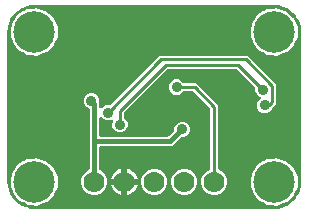
<source format=gbr>
G04 EAGLE Gerber RS-274X export*
G75*
%MOMM*%
%FSLAX34Y34*%
%LPD*%
%INBottom Copper*%
%IPPOS*%
%AMOC8*
5,1,8,0,0,1.08239X$1,22.5*%
G01*
%ADD10C,3.516000*%
%ADD11C,1.778000*%
%ADD12C,0.889000*%
%ADD13C,0.254000*%
%ADD14C,0.406400*%

G36*
X228622Y2543D02*
X228622Y2543D01*
X228700Y2545D01*
X232077Y2810D01*
X232145Y2824D01*
X232214Y2829D01*
X232370Y2869D01*
X238794Y4956D01*
X238901Y5006D01*
X239012Y5050D01*
X239063Y5083D01*
X239082Y5091D01*
X239097Y5104D01*
X239148Y5136D01*
X244612Y9107D01*
X244699Y9188D01*
X244746Y9227D01*
X244752Y9231D01*
X244753Y9233D01*
X244791Y9264D01*
X244829Y9310D01*
X244844Y9324D01*
X244855Y9342D01*
X244893Y9388D01*
X246586Y11717D01*
X246599Y11741D01*
X246616Y11761D01*
X246675Y11880D01*
X246739Y11996D01*
X246746Y12022D01*
X246758Y12046D01*
X246785Y12174D01*
X246799Y12185D01*
X246823Y12196D01*
X246925Y12281D01*
X247031Y12361D01*
X247048Y12381D01*
X247068Y12398D01*
X247171Y12522D01*
X248864Y14852D01*
X248921Y14956D01*
X248985Y15056D01*
X249007Y15113D01*
X249017Y15131D01*
X249022Y15151D01*
X249044Y15206D01*
X251131Y21630D01*
X251144Y21698D01*
X251167Y21764D01*
X251190Y21923D01*
X251455Y25300D01*
X251455Y25304D01*
X251456Y25307D01*
X251455Y25326D01*
X251459Y25400D01*
X251459Y152400D01*
X251457Y152422D01*
X251455Y152500D01*
X251190Y155877D01*
X251176Y155945D01*
X251171Y156014D01*
X251131Y156170D01*
X249044Y162594D01*
X248993Y162701D01*
X248950Y162812D01*
X248917Y162863D01*
X248909Y162882D01*
X248896Y162897D01*
X248864Y162948D01*
X247171Y165278D01*
X247153Y165297D01*
X247139Y165320D01*
X247044Y165413D01*
X246953Y165509D01*
X246931Y165524D01*
X246912Y165542D01*
X246798Y165608D01*
X246792Y165624D01*
X246789Y165651D01*
X246740Y165775D01*
X246697Y165900D01*
X246682Y165922D01*
X246672Y165947D01*
X246586Y166083D01*
X244893Y168412D01*
X244812Y168499D01*
X244736Y168591D01*
X244690Y168629D01*
X244676Y168644D01*
X244658Y168655D01*
X244612Y168693D01*
X239148Y172664D01*
X239044Y172721D01*
X238944Y172785D01*
X238887Y172807D01*
X238869Y172817D01*
X238849Y172822D01*
X238794Y172844D01*
X232370Y174931D01*
X232302Y174944D01*
X232236Y174967D01*
X232077Y174990D01*
X228700Y175255D01*
X228678Y175254D01*
X228600Y175259D01*
X25400Y175259D01*
X25378Y175257D01*
X25300Y175255D01*
X21923Y174990D01*
X21855Y174976D01*
X21786Y174971D01*
X21630Y174931D01*
X18892Y174041D01*
X18867Y174030D01*
X18842Y174024D01*
X18724Y173963D01*
X18604Y173906D01*
X18583Y173889D01*
X18560Y173877D01*
X18462Y173789D01*
X18445Y173788D01*
X18418Y173793D01*
X18286Y173785D01*
X18153Y173783D01*
X18127Y173775D01*
X18101Y173774D01*
X17945Y173734D01*
X15206Y172844D01*
X15099Y172794D01*
X14988Y172750D01*
X14937Y172717D01*
X14918Y172709D01*
X14903Y172696D01*
X14852Y172664D01*
X9388Y168693D01*
X9301Y168612D01*
X9209Y168536D01*
X9171Y168490D01*
X9156Y168476D01*
X9145Y168458D01*
X9107Y168412D01*
X5136Y162948D01*
X5079Y162844D01*
X5015Y162744D01*
X4993Y162687D01*
X4983Y162669D01*
X4978Y162649D01*
X4956Y162594D01*
X2869Y156170D01*
X2856Y156102D01*
X2833Y156036D01*
X2810Y155877D01*
X2545Y152500D01*
X2546Y152478D01*
X2541Y152400D01*
X2541Y25400D01*
X2543Y25378D01*
X2545Y25300D01*
X2810Y21923D01*
X2824Y21855D01*
X2829Y21786D01*
X2869Y21630D01*
X4956Y15206D01*
X5006Y15099D01*
X5050Y14988D01*
X5083Y14937D01*
X5091Y14918D01*
X5104Y14903D01*
X5136Y14852D01*
X9107Y9388D01*
X9127Y9366D01*
X9138Y9348D01*
X9184Y9305D01*
X9188Y9301D01*
X9264Y9209D01*
X9310Y9171D01*
X9324Y9156D01*
X9342Y9145D01*
X9388Y9107D01*
X14852Y5136D01*
X14956Y5079D01*
X15056Y5015D01*
X15113Y4993D01*
X15131Y4983D01*
X15151Y4978D01*
X15206Y4956D01*
X17945Y4066D01*
X17971Y4061D01*
X17996Y4051D01*
X18127Y4031D01*
X18257Y4006D01*
X18284Y4008D01*
X18310Y4004D01*
X18441Y4018D01*
X18455Y4008D01*
X18474Y3989D01*
X18585Y3917D01*
X18694Y3842D01*
X18719Y3832D01*
X18742Y3818D01*
X18891Y3759D01*
X21630Y2869D01*
X21698Y2856D01*
X21764Y2833D01*
X21923Y2810D01*
X25300Y2545D01*
X25322Y2546D01*
X25400Y2541D01*
X228600Y2541D01*
X228622Y2543D01*
G37*
%LPC*%
G36*
X74027Y14477D02*
X74027Y14477D01*
X70013Y16140D01*
X66940Y19213D01*
X65277Y23227D01*
X65277Y27573D01*
X66940Y31587D01*
X70013Y34660D01*
X71352Y35214D01*
X71377Y35229D01*
X71405Y35238D01*
X71515Y35308D01*
X71628Y35372D01*
X71649Y35393D01*
X71674Y35408D01*
X71763Y35503D01*
X71856Y35593D01*
X71872Y35618D01*
X71892Y35640D01*
X71955Y35754D01*
X72023Y35864D01*
X72031Y35893D01*
X72046Y35918D01*
X72078Y36044D01*
X72116Y36168D01*
X72118Y36198D01*
X72125Y36226D01*
X72135Y36387D01*
X72135Y86752D01*
X72132Y86781D01*
X72134Y86811D01*
X72112Y86939D01*
X72095Y87068D01*
X72085Y87095D01*
X72080Y87124D01*
X72026Y87243D01*
X71978Y87363D01*
X71961Y87387D01*
X71949Y87414D01*
X71868Y87516D01*
X71792Y87621D01*
X71769Y87639D01*
X71750Y87663D01*
X71647Y87741D01*
X71547Y87823D01*
X71520Y87836D01*
X71496Y87854D01*
X71352Y87925D01*
X69991Y88488D01*
X68168Y90311D01*
X67182Y92691D01*
X67182Y95269D01*
X68168Y97649D01*
X69991Y99472D01*
X72371Y100458D01*
X74949Y100458D01*
X77329Y99472D01*
X79152Y97649D01*
X80138Y95269D01*
X80138Y93776D01*
X80150Y93678D01*
X80153Y93579D01*
X80170Y93521D01*
X80178Y93461D01*
X80214Y93369D01*
X80242Y93274D01*
X80265Y93234D01*
X80265Y88760D01*
X80282Y88622D01*
X80295Y88483D01*
X80302Y88464D01*
X80305Y88444D01*
X80356Y88315D01*
X80403Y88184D01*
X80414Y88167D01*
X80422Y88149D01*
X80503Y88036D01*
X80581Y87921D01*
X80597Y87908D01*
X80608Y87891D01*
X80716Y87802D01*
X80820Y87711D01*
X80838Y87701D01*
X80853Y87688D01*
X80979Y87629D01*
X81103Y87566D01*
X81123Y87562D01*
X81141Y87553D01*
X81278Y87527D01*
X81413Y87496D01*
X81434Y87497D01*
X81453Y87493D01*
X81592Y87502D01*
X81731Y87506D01*
X81751Y87512D01*
X81771Y87513D01*
X81903Y87556D01*
X82037Y87594D01*
X82054Y87605D01*
X82073Y87611D01*
X82191Y87686D01*
X82311Y87756D01*
X82332Y87775D01*
X82342Y87781D01*
X82356Y87796D01*
X82431Y87862D01*
X83961Y89392D01*
X86341Y90378D01*
X88911Y90378D01*
X89009Y90390D01*
X89108Y90393D01*
X89167Y90410D01*
X89227Y90418D01*
X89319Y90454D01*
X89414Y90482D01*
X89466Y90512D01*
X89522Y90535D01*
X89602Y90593D01*
X89688Y90643D01*
X89763Y90709D01*
X89780Y90721D01*
X89788Y90731D01*
X89809Y90749D01*
X131394Y132335D01*
X205872Y132335D01*
X230125Y108082D01*
X230125Y98812D01*
X230087Y98744D01*
X230072Y98685D01*
X230048Y98630D01*
X230033Y98532D01*
X230008Y98436D01*
X230002Y98336D01*
X229998Y98316D01*
X230000Y98303D01*
X229998Y98275D01*
X229998Y91342D01*
X227829Y89174D01*
X226496Y87840D01*
X226490Y87833D01*
X226483Y87827D01*
X226392Y87707D01*
X226301Y87589D01*
X226297Y87580D01*
X226292Y87573D01*
X226221Y87428D01*
X225837Y86501D01*
X224014Y84678D01*
X221634Y83692D01*
X219056Y83692D01*
X216676Y84678D01*
X214853Y86501D01*
X213867Y88881D01*
X213867Y91459D01*
X214853Y93839D01*
X216624Y95609D01*
X216654Y95649D01*
X216691Y95682D01*
X216751Y95774D01*
X216818Y95861D01*
X216838Y95906D01*
X216866Y95948D01*
X216901Y96052D01*
X216945Y96153D01*
X216953Y96202D01*
X216969Y96249D01*
X216977Y96358D01*
X216995Y96467D01*
X216990Y96516D01*
X216994Y96566D01*
X216975Y96674D01*
X216965Y96783D01*
X216948Y96830D01*
X216940Y96879D01*
X216894Y96979D01*
X216857Y97083D01*
X216829Y97124D01*
X216809Y97169D01*
X216740Y97255D01*
X216679Y97346D01*
X216641Y97379D01*
X216610Y97417D01*
X216523Y97483D01*
X216440Y97556D01*
X216396Y97579D01*
X216356Y97609D01*
X216212Y97680D01*
X215406Y98013D01*
X213583Y99836D01*
X212597Y102216D01*
X212597Y104786D01*
X212585Y104884D01*
X212582Y104983D01*
X212565Y105042D01*
X212557Y105102D01*
X212521Y105194D01*
X212493Y105289D01*
X212463Y105341D01*
X212440Y105397D01*
X212382Y105477D01*
X212332Y105563D01*
X212266Y105638D01*
X212254Y105655D01*
X212244Y105663D01*
X212226Y105684D01*
X197124Y120786D01*
X197045Y120846D01*
X196973Y120914D01*
X196920Y120943D01*
X196872Y120980D01*
X196781Y121020D01*
X196695Y121068D01*
X196636Y121083D01*
X196581Y121107D01*
X196483Y121122D01*
X196387Y121147D01*
X196287Y121153D01*
X196266Y121157D01*
X196254Y121155D01*
X196226Y121157D01*
X138419Y121157D01*
X138321Y121145D01*
X138222Y121142D01*
X138163Y121125D01*
X138103Y121117D01*
X138011Y121081D01*
X137916Y121053D01*
X137864Y121023D01*
X137808Y121000D01*
X137728Y120942D01*
X137642Y120892D01*
X137567Y120826D01*
X137550Y120814D01*
X137542Y120804D01*
X137521Y120786D01*
X101464Y84729D01*
X101404Y84650D01*
X101336Y84578D01*
X101307Y84525D01*
X101270Y84477D01*
X101230Y84386D01*
X101182Y84300D01*
X101167Y84241D01*
X101143Y84186D01*
X101128Y84088D01*
X101103Y83992D01*
X101097Y83892D01*
X101093Y83871D01*
X101095Y83859D01*
X101093Y83831D01*
X101093Y80284D01*
X101105Y80186D01*
X101108Y80087D01*
X101125Y80028D01*
X101133Y79968D01*
X101169Y79876D01*
X101197Y79781D01*
X101227Y79729D01*
X101250Y79673D01*
X101308Y79593D01*
X101358Y79507D01*
X101424Y79432D01*
X101436Y79415D01*
X101446Y79408D01*
X101464Y79386D01*
X103282Y77569D01*
X104268Y75189D01*
X104268Y72611D01*
X103282Y70231D01*
X101459Y68408D01*
X99079Y67422D01*
X96501Y67422D01*
X94121Y68408D01*
X92298Y70231D01*
X91312Y72611D01*
X91312Y75189D01*
X91752Y76251D01*
X91789Y76385D01*
X91830Y76518D01*
X91831Y76538D01*
X91836Y76558D01*
X91838Y76697D01*
X91845Y76835D01*
X91841Y76855D01*
X91841Y76876D01*
X91809Y77011D01*
X91781Y77147D01*
X91772Y77165D01*
X91767Y77185D01*
X91702Y77308D01*
X91641Y77433D01*
X91628Y77448D01*
X91618Y77466D01*
X91525Y77569D01*
X91435Y77675D01*
X91418Y77686D01*
X91404Y77701D01*
X91288Y77778D01*
X91175Y77858D01*
X91156Y77865D01*
X91139Y77876D01*
X91007Y77921D01*
X90877Y77970D01*
X90857Y77973D01*
X90838Y77979D01*
X90699Y77990D01*
X90561Y78006D01*
X90541Y78003D01*
X90521Y78004D01*
X90384Y77981D01*
X90246Y77961D01*
X90220Y77952D01*
X90208Y77950D01*
X90189Y77942D01*
X90094Y77909D01*
X88919Y77422D01*
X86341Y77422D01*
X83961Y78408D01*
X82431Y79938D01*
X82322Y80023D01*
X82215Y80112D01*
X82196Y80120D01*
X82180Y80133D01*
X82052Y80188D01*
X81927Y80247D01*
X81907Y80251D01*
X81888Y80259D01*
X81750Y80281D01*
X81614Y80307D01*
X81594Y80306D01*
X81574Y80309D01*
X81435Y80296D01*
X81297Y80287D01*
X81278Y80281D01*
X81258Y80279D01*
X81126Y80232D01*
X80995Y80189D01*
X80977Y80178D01*
X80958Y80171D01*
X80843Y80093D01*
X80726Y80019D01*
X80712Y80004D01*
X80695Y79993D01*
X80603Y79888D01*
X80508Y79787D01*
X80498Y79770D01*
X80485Y79754D01*
X80421Y79630D01*
X80354Y79509D01*
X80349Y79489D01*
X80340Y79471D01*
X80310Y79335D01*
X80275Y79201D01*
X80273Y79173D01*
X80270Y79161D01*
X80271Y79140D01*
X80265Y79040D01*
X80265Y65024D01*
X80280Y64906D01*
X80287Y64787D01*
X80300Y64749D01*
X80305Y64708D01*
X80348Y64598D01*
X80385Y64485D01*
X80407Y64450D01*
X80422Y64413D01*
X80491Y64317D01*
X80555Y64216D01*
X80585Y64188D01*
X80608Y64155D01*
X80700Y64079D01*
X80787Y63998D01*
X80822Y63978D01*
X80853Y63953D01*
X80961Y63902D01*
X81065Y63844D01*
X81105Y63834D01*
X81141Y63817D01*
X81258Y63795D01*
X81373Y63765D01*
X81433Y63761D01*
X81453Y63757D01*
X81474Y63759D01*
X81534Y63755D01*
X138126Y63755D01*
X138224Y63767D01*
X138323Y63770D01*
X138381Y63787D01*
X138441Y63795D01*
X138533Y63831D01*
X138628Y63859D01*
X138680Y63889D01*
X138737Y63912D01*
X138817Y63970D01*
X138902Y64020D01*
X138978Y64086D01*
X138994Y64098D01*
X139002Y64108D01*
X139023Y64126D01*
X143646Y68749D01*
X143706Y68827D01*
X143774Y68899D01*
X143803Y68952D01*
X143840Y69000D01*
X143880Y69091D01*
X143928Y69178D01*
X143943Y69236D01*
X143967Y69292D01*
X143982Y69390D01*
X144007Y69486D01*
X144013Y69586D01*
X144017Y69606D01*
X144015Y69618D01*
X144017Y69646D01*
X144017Y71139D01*
X145003Y73519D01*
X146826Y75342D01*
X149206Y76328D01*
X151784Y76328D01*
X154164Y75342D01*
X155987Y73519D01*
X156973Y71139D01*
X156973Y68561D01*
X155987Y66181D01*
X154164Y64358D01*
X151784Y63372D01*
X150291Y63372D01*
X150193Y63360D01*
X150094Y63357D01*
X150036Y63340D01*
X149976Y63332D01*
X149884Y63296D01*
X149789Y63268D01*
X149737Y63238D01*
X149680Y63215D01*
X149600Y63157D01*
X149515Y63107D01*
X149439Y63041D01*
X149423Y63029D01*
X149415Y63019D01*
X149394Y63001D01*
X142019Y55625D01*
X81534Y55625D01*
X81416Y55610D01*
X81297Y55603D01*
X81259Y55590D01*
X81218Y55585D01*
X81108Y55542D01*
X80995Y55505D01*
X80960Y55483D01*
X80923Y55468D01*
X80827Y55399D01*
X80726Y55335D01*
X80698Y55305D01*
X80665Y55282D01*
X80589Y55190D01*
X80508Y55103D01*
X80488Y55068D01*
X80463Y55037D01*
X80412Y54929D01*
X80354Y54825D01*
X80344Y54785D01*
X80327Y54749D01*
X80305Y54632D01*
X80275Y54517D01*
X80271Y54457D01*
X80267Y54437D01*
X80269Y54416D01*
X80265Y54356D01*
X80265Y36387D01*
X80268Y36358D01*
X80266Y36328D01*
X80288Y36200D01*
X80305Y36072D01*
X80315Y36044D01*
X80320Y36015D01*
X80374Y35896D01*
X80422Y35776D01*
X80439Y35752D01*
X80451Y35725D01*
X80532Y35624D01*
X80608Y35519D01*
X80631Y35500D01*
X80650Y35477D01*
X80753Y35399D01*
X80853Y35316D01*
X80880Y35303D01*
X80904Y35285D01*
X81048Y35214D01*
X82387Y34660D01*
X85460Y31587D01*
X87123Y27573D01*
X87123Y23227D01*
X85460Y19213D01*
X82387Y16140D01*
X78373Y14477D01*
X74027Y14477D01*
G37*
%LPD*%
%LPC*%
G36*
X23676Y132780D02*
X23676Y132780D01*
X23658Y132780D01*
X23543Y132787D01*
X21499Y132787D01*
X20951Y133014D01*
X20853Y133041D01*
X20757Y133077D01*
X20665Y133092D01*
X20644Y133098D01*
X20631Y133098D01*
X20598Y133104D01*
X19179Y133253D01*
X16215Y134964D01*
X16212Y134965D01*
X16210Y134967D01*
X16066Y135038D01*
X14290Y135773D01*
X13693Y136370D01*
X13626Y136422D01*
X13565Y136483D01*
X13451Y136558D01*
X13442Y136565D01*
X13438Y136567D01*
X13431Y136572D01*
X11929Y137439D01*
X10139Y139903D01*
X10126Y139917D01*
X10116Y139933D01*
X10009Y140054D01*
X8773Y141290D01*
X8357Y142296D01*
X8322Y142356D01*
X8297Y142420D01*
X8211Y142556D01*
X7008Y144211D01*
X6447Y146850D01*
X6436Y146883D01*
X6431Y146919D01*
X6379Y147071D01*
X5787Y148499D01*
X5787Y149822D01*
X5781Y149874D01*
X5783Y149926D01*
X5760Y150086D01*
X5268Y152400D01*
X5760Y154714D01*
X5764Y154767D01*
X5777Y154818D01*
X5787Y154978D01*
X5787Y156301D01*
X6379Y157729D01*
X6388Y157763D01*
X6404Y157795D01*
X6447Y157950D01*
X7008Y160589D01*
X8211Y162244D01*
X8244Y162305D01*
X8286Y162360D01*
X8357Y162504D01*
X8773Y163510D01*
X10009Y164746D01*
X10021Y164761D01*
X10036Y164773D01*
X10139Y164897D01*
X11929Y167361D01*
X13431Y168228D01*
X13499Y168280D01*
X13573Y168324D01*
X13675Y168414D01*
X13684Y168421D01*
X13687Y168424D01*
X13693Y168430D01*
X14290Y169027D01*
X16066Y169762D01*
X16068Y169764D01*
X16070Y169764D01*
X16215Y169836D01*
X18972Y171428D01*
X18993Y171444D01*
X19017Y171455D01*
X19119Y171540D01*
X19166Y171575D01*
X19203Y171568D01*
X19229Y171569D01*
X19256Y171565D01*
X19416Y171572D01*
X20598Y171696D01*
X20698Y171720D01*
X20799Y171734D01*
X20887Y171764D01*
X20908Y171769D01*
X20920Y171775D01*
X20951Y171786D01*
X21499Y172013D01*
X23543Y172013D01*
X23560Y172015D01*
X23676Y172020D01*
X27504Y172422D01*
X28573Y172075D01*
X28690Y172053D01*
X28805Y172023D01*
X28865Y172019D01*
X28885Y172015D01*
X28906Y172017D01*
X28965Y172013D01*
X29301Y172013D01*
X31209Y171223D01*
X31230Y171217D01*
X31302Y171188D01*
X35466Y169835D01*
X36078Y169285D01*
X36188Y169208D01*
X36297Y169126D01*
X36327Y169111D01*
X36339Y169103D01*
X36359Y169096D01*
X36441Y169055D01*
X36510Y169027D01*
X37805Y167732D01*
X37819Y167721D01*
X37853Y167686D01*
X41687Y164234D01*
X41900Y163756D01*
X41979Y163626D01*
X42250Y162972D01*
X42255Y162963D01*
X42263Y162941D01*
X45092Y156586D01*
X45092Y148214D01*
X42263Y141859D01*
X42260Y141849D01*
X42250Y141828D01*
X41994Y141211D01*
X41975Y141187D01*
X41970Y141179D01*
X41968Y141175D01*
X41963Y141165D01*
X41900Y141044D01*
X41687Y140566D01*
X37853Y137114D01*
X37841Y137100D01*
X37804Y137068D01*
X36510Y135773D01*
X36441Y135745D01*
X36324Y135678D01*
X36204Y135615D01*
X36177Y135594D01*
X36165Y135587D01*
X36149Y135572D01*
X36078Y135515D01*
X35466Y134965D01*
X31302Y133612D01*
X31283Y133603D01*
X31209Y133577D01*
X29301Y132787D01*
X28965Y132787D01*
X28848Y132772D01*
X28729Y132765D01*
X28670Y132750D01*
X28650Y132747D01*
X28631Y132740D01*
X28573Y132725D01*
X27504Y132378D01*
X23676Y132780D01*
G37*
%LPD*%
%LPC*%
G36*
X226876Y132780D02*
X226876Y132780D01*
X226858Y132780D01*
X226743Y132787D01*
X224699Y132787D01*
X224151Y133014D01*
X224052Y133041D01*
X223957Y133077D01*
X223865Y133092D01*
X223844Y133098D01*
X223831Y133098D01*
X223798Y133104D01*
X222379Y133253D01*
X219415Y134964D01*
X219413Y134965D01*
X219410Y134967D01*
X219266Y135038D01*
X217490Y135773D01*
X216893Y136370D01*
X216826Y136422D01*
X216765Y136483D01*
X216651Y136558D01*
X216642Y136565D01*
X216638Y136567D01*
X216631Y136572D01*
X215129Y137439D01*
X213339Y139903D01*
X213326Y139917D01*
X213316Y139933D01*
X213209Y140054D01*
X211973Y141290D01*
X211557Y142296D01*
X211522Y142356D01*
X211497Y142420D01*
X211411Y142556D01*
X210208Y144211D01*
X209647Y146849D01*
X209636Y146883D01*
X209631Y146919D01*
X209579Y147071D01*
X208987Y148499D01*
X208987Y149822D01*
X208981Y149874D01*
X208983Y149926D01*
X208960Y150086D01*
X208468Y152400D01*
X208960Y154714D01*
X208964Y154767D01*
X208977Y154817D01*
X208987Y154978D01*
X208987Y156301D01*
X209579Y157729D01*
X209588Y157763D01*
X209604Y157795D01*
X209647Y157951D01*
X210208Y160589D01*
X211411Y162244D01*
X211444Y162305D01*
X211486Y162360D01*
X211557Y162504D01*
X211973Y163510D01*
X213209Y164746D01*
X213221Y164761D01*
X213236Y164773D01*
X213339Y164897D01*
X215129Y167361D01*
X216631Y168228D01*
X216699Y168280D01*
X216773Y168324D01*
X216875Y168414D01*
X216884Y168421D01*
X216887Y168424D01*
X216893Y168430D01*
X217490Y169027D01*
X219266Y169762D01*
X219268Y169764D01*
X219271Y169764D01*
X219415Y169836D01*
X222379Y171547D01*
X223798Y171696D01*
X223898Y171720D01*
X223999Y171734D01*
X224087Y171764D01*
X224108Y171769D01*
X224120Y171775D01*
X224151Y171786D01*
X224699Y172013D01*
X226743Y172013D01*
X226760Y172015D01*
X226876Y172020D01*
X230704Y172422D01*
X231773Y172075D01*
X231890Y172053D01*
X232005Y172023D01*
X232065Y172019D01*
X232085Y172015D01*
X232106Y172017D01*
X232165Y172013D01*
X232501Y172013D01*
X234409Y171222D01*
X234430Y171217D01*
X234503Y171188D01*
X238666Y169835D01*
X239278Y169285D01*
X239389Y169207D01*
X239497Y169126D01*
X239527Y169111D01*
X239539Y169103D01*
X239559Y169096D01*
X239641Y169055D01*
X239710Y169027D01*
X241005Y167732D01*
X241019Y167721D01*
X241053Y167686D01*
X244710Y164393D01*
X244732Y164378D01*
X244750Y164359D01*
X244862Y164288D01*
X244910Y164254D01*
X244914Y164217D01*
X244924Y164192D01*
X244929Y164166D01*
X244985Y164015D01*
X245100Y163756D01*
X245179Y163626D01*
X245450Y162971D01*
X245455Y162962D01*
X245463Y162941D01*
X248292Y156586D01*
X248292Y148214D01*
X245463Y141859D01*
X245460Y141849D01*
X245450Y141829D01*
X245194Y141211D01*
X245175Y141187D01*
X245170Y141179D01*
X245168Y141175D01*
X245163Y141164D01*
X245100Y141044D01*
X244887Y140566D01*
X241053Y137114D01*
X241041Y137100D01*
X241005Y137068D01*
X239710Y135773D01*
X239641Y135745D01*
X239524Y135678D01*
X239404Y135615D01*
X239377Y135594D01*
X239365Y135587D01*
X239350Y135572D01*
X239278Y135515D01*
X238666Y134965D01*
X234502Y133612D01*
X234483Y133603D01*
X234409Y133577D01*
X232501Y132787D01*
X232165Y132787D01*
X232047Y132772D01*
X231929Y132765D01*
X231870Y132750D01*
X231850Y132747D01*
X231831Y132740D01*
X231773Y132725D01*
X230704Y132378D01*
X226876Y132780D01*
G37*
%LPD*%
%LPC*%
G36*
X226876Y5780D02*
X226876Y5780D01*
X226858Y5780D01*
X226743Y5787D01*
X224699Y5787D01*
X224151Y6014D01*
X224052Y6041D01*
X223957Y6077D01*
X223865Y6092D01*
X223844Y6098D01*
X223831Y6098D01*
X223798Y6104D01*
X222379Y6253D01*
X219415Y7964D01*
X219413Y7965D01*
X219410Y7967D01*
X219266Y8038D01*
X217490Y8773D01*
X216893Y9370D01*
X216826Y9422D01*
X216765Y9483D01*
X216651Y9558D01*
X216642Y9565D01*
X216638Y9567D01*
X216631Y9572D01*
X215129Y10439D01*
X213339Y12903D01*
X213326Y12917D01*
X213316Y12933D01*
X213209Y13054D01*
X211973Y14290D01*
X211557Y15296D01*
X211522Y15356D01*
X211497Y15420D01*
X211411Y15556D01*
X210208Y17211D01*
X209647Y19849D01*
X209636Y19883D01*
X209631Y19919D01*
X209579Y20071D01*
X208987Y21499D01*
X208987Y22822D01*
X208981Y22874D01*
X208983Y22926D01*
X208960Y23086D01*
X208468Y25400D01*
X208960Y27714D01*
X208964Y27767D01*
X208977Y27817D01*
X208987Y27978D01*
X208987Y29301D01*
X209579Y30729D01*
X209588Y30763D01*
X209604Y30795D01*
X209647Y30951D01*
X210208Y33589D01*
X211411Y35244D01*
X211444Y35305D01*
X211486Y35360D01*
X211557Y35504D01*
X211973Y36510D01*
X213209Y37746D01*
X213221Y37761D01*
X213236Y37773D01*
X213339Y37897D01*
X215129Y40361D01*
X216631Y41228D01*
X216699Y41280D01*
X216773Y41324D01*
X216875Y41414D01*
X216884Y41421D01*
X216887Y41424D01*
X216893Y41430D01*
X217490Y42027D01*
X219266Y42762D01*
X219268Y42764D01*
X219271Y42764D01*
X219415Y42836D01*
X222379Y44547D01*
X223798Y44696D01*
X223898Y44720D01*
X223999Y44734D01*
X224087Y44764D01*
X224108Y44769D01*
X224120Y44775D01*
X224151Y44786D01*
X224699Y45013D01*
X226743Y45013D01*
X226760Y45015D01*
X226876Y45020D01*
X230704Y45422D01*
X231773Y45075D01*
X231890Y45053D01*
X232005Y45023D01*
X232065Y45019D01*
X232085Y45015D01*
X232106Y45017D01*
X232165Y45013D01*
X232501Y45013D01*
X234409Y44222D01*
X234430Y44217D01*
X234503Y44188D01*
X238666Y42835D01*
X239278Y42285D01*
X239389Y42207D01*
X239497Y42126D01*
X239527Y42111D01*
X239539Y42103D01*
X239559Y42096D01*
X239641Y42055D01*
X239710Y42027D01*
X241005Y40732D01*
X241019Y40721D01*
X241053Y40686D01*
X244887Y37234D01*
X245100Y36756D01*
X245179Y36626D01*
X245450Y35971D01*
X245455Y35962D01*
X245463Y35941D01*
X248292Y29586D01*
X248292Y21214D01*
X245463Y14859D01*
X245460Y14849D01*
X245450Y14829D01*
X245194Y14211D01*
X245175Y14187D01*
X245170Y14178D01*
X245168Y14175D01*
X245163Y14165D01*
X245100Y14044D01*
X244985Y13785D01*
X244977Y13759D01*
X244964Y13736D01*
X244931Y13607D01*
X244914Y13552D01*
X244880Y13536D01*
X244860Y13519D01*
X244836Y13507D01*
X244710Y13407D01*
X241053Y10114D01*
X241041Y10100D01*
X241005Y10068D01*
X239710Y8773D01*
X239641Y8745D01*
X239524Y8678D01*
X239404Y8615D01*
X239377Y8594D01*
X239365Y8587D01*
X239350Y8572D01*
X239278Y8515D01*
X238666Y7965D01*
X234502Y6612D01*
X234483Y6603D01*
X234409Y6577D01*
X232501Y5787D01*
X232165Y5787D01*
X232047Y5772D01*
X231929Y5765D01*
X231870Y5750D01*
X231850Y5747D01*
X231831Y5740D01*
X231773Y5725D01*
X230704Y5378D01*
X226876Y5780D01*
G37*
%LPD*%
%LPC*%
G36*
X23676Y5780D02*
X23676Y5780D01*
X23658Y5780D01*
X23543Y5787D01*
X21499Y5787D01*
X20951Y6014D01*
X20852Y6041D01*
X20757Y6077D01*
X20665Y6092D01*
X20644Y6098D01*
X20631Y6098D01*
X20598Y6104D01*
X19416Y6228D01*
X19390Y6227D01*
X19364Y6232D01*
X19231Y6224D01*
X19173Y6223D01*
X19147Y6250D01*
X19125Y6265D01*
X19106Y6283D01*
X18972Y6372D01*
X16215Y7964D01*
X16213Y7965D01*
X16210Y7967D01*
X16066Y8038D01*
X14290Y8773D01*
X13693Y9370D01*
X13626Y9422D01*
X13565Y9483D01*
X13451Y9558D01*
X13442Y9565D01*
X13438Y9567D01*
X13431Y9572D01*
X11929Y10439D01*
X10139Y12903D01*
X10126Y12917D01*
X10116Y12933D01*
X10009Y13054D01*
X8773Y14290D01*
X8357Y15296D01*
X8322Y15356D01*
X8297Y15420D01*
X8211Y15556D01*
X7008Y17211D01*
X6447Y19849D01*
X6436Y19883D01*
X6431Y19919D01*
X6379Y20071D01*
X5787Y21499D01*
X5787Y22822D01*
X5781Y22874D01*
X5783Y22926D01*
X5760Y23086D01*
X5268Y25400D01*
X5760Y27714D01*
X5764Y27767D01*
X5777Y27817D01*
X5787Y27978D01*
X5787Y29301D01*
X6379Y30729D01*
X6388Y30763D01*
X6404Y30795D01*
X6447Y30951D01*
X7008Y33589D01*
X8211Y35244D01*
X8244Y35305D01*
X8286Y35360D01*
X8357Y35504D01*
X8773Y36510D01*
X10009Y37746D01*
X10021Y37761D01*
X10036Y37773D01*
X10139Y37897D01*
X11929Y40361D01*
X13431Y41228D01*
X13499Y41280D01*
X13573Y41324D01*
X13675Y41414D01*
X13684Y41421D01*
X13687Y41424D01*
X13693Y41430D01*
X14290Y42027D01*
X16066Y42762D01*
X16068Y42764D01*
X16071Y42764D01*
X16215Y42836D01*
X19179Y44547D01*
X20598Y44696D01*
X20698Y44720D01*
X20799Y44734D01*
X20887Y44764D01*
X20908Y44769D01*
X20920Y44775D01*
X20951Y44786D01*
X21499Y45013D01*
X23543Y45013D01*
X23560Y45015D01*
X23676Y45020D01*
X27504Y45422D01*
X28573Y45075D01*
X28690Y45053D01*
X28805Y45023D01*
X28865Y45019D01*
X28885Y45015D01*
X28906Y45017D01*
X28965Y45013D01*
X29301Y45013D01*
X31209Y44222D01*
X31230Y44217D01*
X31303Y44188D01*
X35466Y42835D01*
X36078Y42285D01*
X36189Y42207D01*
X36297Y42126D01*
X36327Y42111D01*
X36339Y42103D01*
X36359Y42096D01*
X36441Y42055D01*
X36510Y42027D01*
X37805Y40732D01*
X37819Y40721D01*
X37853Y40686D01*
X41687Y37234D01*
X41900Y36756D01*
X41979Y36626D01*
X42250Y35971D01*
X42255Y35962D01*
X42263Y35941D01*
X45092Y29586D01*
X45092Y21214D01*
X42263Y14859D01*
X42260Y14849D01*
X42250Y14829D01*
X41994Y14211D01*
X41975Y14187D01*
X41970Y14179D01*
X41968Y14175D01*
X41963Y14164D01*
X41900Y14044D01*
X41687Y13566D01*
X37853Y10114D01*
X37841Y10100D01*
X37805Y10068D01*
X36510Y8773D01*
X36441Y8745D01*
X36324Y8678D01*
X36204Y8615D01*
X36177Y8594D01*
X36165Y8587D01*
X36150Y8572D01*
X36078Y8515D01*
X35466Y7965D01*
X31302Y6612D01*
X31283Y6603D01*
X31209Y6577D01*
X29301Y5787D01*
X28965Y5787D01*
X28847Y5772D01*
X28729Y5765D01*
X28670Y5750D01*
X28650Y5747D01*
X28631Y5740D01*
X28573Y5725D01*
X27504Y5378D01*
X23676Y5780D01*
G37*
%LPD*%
%LPC*%
G36*
X175627Y14477D02*
X175627Y14477D01*
X171613Y16140D01*
X168540Y19213D01*
X166877Y23227D01*
X166877Y27573D01*
X168540Y31587D01*
X171613Y34660D01*
X173714Y35530D01*
X173739Y35545D01*
X173767Y35554D01*
X173877Y35623D01*
X173990Y35688D01*
X174011Y35708D01*
X174036Y35724D01*
X174125Y35819D01*
X174218Y35909D01*
X174234Y35934D01*
X174254Y35956D01*
X174317Y36069D01*
X174385Y36180D01*
X174393Y36208D01*
X174408Y36234D01*
X174440Y36360D01*
X174478Y36484D01*
X174480Y36513D01*
X174487Y36542D01*
X174497Y36703D01*
X174497Y87006D01*
X174485Y87104D01*
X174482Y87203D01*
X174465Y87262D01*
X174457Y87322D01*
X174421Y87414D01*
X174393Y87509D01*
X174363Y87561D01*
X174340Y87617D01*
X174282Y87697D01*
X174232Y87783D01*
X174166Y87858D01*
X174154Y87875D01*
X174144Y87883D01*
X174126Y87904D01*
X160024Y102006D01*
X159945Y102066D01*
X159873Y102134D01*
X159820Y102163D01*
X159772Y102200D01*
X159681Y102240D01*
X159595Y102288D01*
X159536Y102303D01*
X159481Y102327D01*
X159383Y102342D01*
X159287Y102367D01*
X159187Y102373D01*
X159166Y102377D01*
X159154Y102375D01*
X159126Y102377D01*
X152164Y102377D01*
X152066Y102365D01*
X151967Y102362D01*
X151908Y102345D01*
X151848Y102337D01*
X151756Y102301D01*
X151661Y102273D01*
X151609Y102243D01*
X151553Y102220D01*
X151473Y102162D01*
X151387Y102112D01*
X151312Y102046D01*
X151295Y102034D01*
X151288Y102024D01*
X151266Y102006D01*
X149449Y100188D01*
X147069Y99202D01*
X144491Y99202D01*
X142111Y100188D01*
X140288Y102011D01*
X139302Y104391D01*
X139302Y106969D01*
X140288Y109349D01*
X142111Y111172D01*
X144491Y112158D01*
X147069Y112158D01*
X149449Y111172D01*
X151266Y109354D01*
X151345Y109294D01*
X151417Y109226D01*
X151470Y109197D01*
X151518Y109160D01*
X151609Y109120D01*
X151695Y109072D01*
X151754Y109057D01*
X151810Y109033D01*
X151908Y109018D01*
X152003Y108993D01*
X152103Y108987D01*
X152124Y108983D01*
X152136Y108985D01*
X152164Y108983D01*
X162388Y108983D01*
X181103Y90268D01*
X181103Y36703D01*
X181106Y36673D01*
X181104Y36644D01*
X181126Y36516D01*
X181143Y36387D01*
X181153Y36360D01*
X181158Y36331D01*
X181212Y36212D01*
X181260Y36091D01*
X181277Y36068D01*
X181289Y36041D01*
X181370Y35939D01*
X181446Y35834D01*
X181469Y35815D01*
X181488Y35792D01*
X181591Y35714D01*
X181691Y35631D01*
X181718Y35619D01*
X181742Y35601D01*
X181886Y35530D01*
X183987Y34660D01*
X187060Y31587D01*
X188723Y27573D01*
X188723Y23227D01*
X187060Y19213D01*
X183987Y16140D01*
X179973Y14477D01*
X175627Y14477D01*
G37*
%LPD*%
%LPC*%
G36*
X150227Y14477D02*
X150227Y14477D01*
X146213Y16140D01*
X143140Y19213D01*
X141477Y23227D01*
X141477Y27573D01*
X143140Y31587D01*
X146213Y34660D01*
X150227Y36323D01*
X154573Y36323D01*
X158587Y34660D01*
X161660Y31587D01*
X163323Y27573D01*
X163323Y23227D01*
X161660Y19213D01*
X158587Y16140D01*
X154573Y14477D01*
X150227Y14477D01*
G37*
%LPD*%
%LPC*%
G36*
X124827Y14477D02*
X124827Y14477D01*
X120813Y16140D01*
X117740Y19213D01*
X116077Y23227D01*
X116077Y27573D01*
X117740Y31587D01*
X120813Y34660D01*
X124827Y36323D01*
X129173Y36323D01*
X133187Y34660D01*
X136260Y31587D01*
X137923Y27573D01*
X137923Y23227D01*
X136260Y19213D01*
X133187Y16140D01*
X129173Y14477D01*
X124827Y14477D01*
G37*
%LPD*%
%LPC*%
G36*
X104099Y27899D02*
X104099Y27899D01*
X104099Y36577D01*
X104277Y36549D01*
X105988Y35993D01*
X107591Y35177D01*
X109047Y34119D01*
X110319Y32847D01*
X111377Y31391D01*
X112193Y29788D01*
X112749Y28077D01*
X112777Y27899D01*
X104099Y27899D01*
G37*
%LPD*%
%LPC*%
G36*
X90423Y27899D02*
X90423Y27899D01*
X90451Y28077D01*
X91007Y29788D01*
X91823Y31391D01*
X92881Y32847D01*
X94153Y34119D01*
X95609Y35177D01*
X97212Y35993D01*
X98923Y36549D01*
X99101Y36577D01*
X99101Y27899D01*
X90423Y27899D01*
G37*
%LPD*%
%LPC*%
G36*
X104099Y22901D02*
X104099Y22901D01*
X112777Y22901D01*
X112749Y22723D01*
X112193Y21012D01*
X111377Y19409D01*
X110319Y17953D01*
X109047Y16681D01*
X107591Y15623D01*
X105988Y14807D01*
X104277Y14251D01*
X104099Y14223D01*
X104099Y22901D01*
G37*
%LPD*%
%LPC*%
G36*
X98923Y14251D02*
X98923Y14251D01*
X97212Y14807D01*
X95609Y15623D01*
X94153Y16681D01*
X92881Y17953D01*
X91823Y19409D01*
X91007Y21012D01*
X90451Y22723D01*
X90423Y22901D01*
X99101Y22901D01*
X99101Y14223D01*
X98923Y14251D01*
G37*
%LPD*%
D10*
X25400Y152400D03*
X228600Y152400D03*
X25400Y25400D03*
X228600Y25400D03*
D11*
X76200Y25400D03*
X101600Y25400D03*
X127000Y25400D03*
X152400Y25400D03*
X177800Y25400D03*
D12*
X87630Y83900D03*
D13*
X132762Y129032D02*
X204504Y129032D01*
X226822Y106714D02*
X226822Y100296D01*
X226695Y100169D01*
X226695Y92710D01*
X224155Y90170D01*
X220345Y90170D01*
D12*
X220345Y90170D03*
D13*
X132762Y129032D02*
X87630Y83900D01*
X204504Y129032D02*
X226822Y106714D01*
D12*
X219075Y103505D03*
D13*
X198120Y124460D01*
X136525Y124460D01*
X97790Y85725D01*
X97790Y73900D01*
D12*
X97790Y73900D03*
X73660Y93980D03*
D14*
X76200Y91440D01*
X76200Y59690D01*
X76200Y25400D01*
X76200Y59690D02*
X140335Y59690D01*
X150495Y69850D01*
D12*
X150495Y69850D03*
X145780Y105680D03*
D13*
X161020Y105680D01*
X177800Y88900D02*
X177800Y25400D01*
X177800Y88900D02*
X161020Y105680D01*
M02*

</source>
